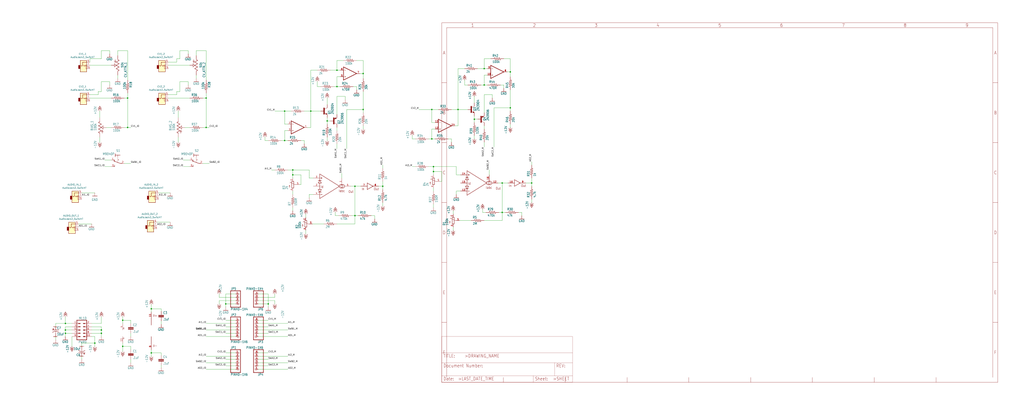
<source format=kicad_sch>
(kicad_sch (version 20211123) (generator eeschema)
  (paper "User" 795.02 317.906)
  (junction (at 368.3 92.71))
  (junction (at 95.25 269.24))
  (junction (at 396.24 55.88))
  (junction (at 336.55 133.35))
  (junction (at 241.3 86.36))
  (junction (at 78.74 256.54))
  (junction (at 281.94 57.15))
  (junction (at 375.92 66.04))
  (junction (at 175.26 236.22))
  (junction (at 99.06 99.06))
  (junction (at 95.25 248.92))
  (junction (at 50.8 251.46))
  (junction (at 160.02 99.06))
  (junction (at 220.98 86.36))
  (junction (at 50.8 256.54))
  (junction (at 281.94 85.09))
  (junction (at 254 93.98))
  (junction (at 220.98 109.22))
  (junction (at 389.89 142.24))
  (junction (at 261.62 54.61))
  (junction (at 412.75 142.24))
  (junction (at 375.92 53.34))
  (junction (at 78.74 259.08))
  (junction (at 73.66 266.7))
  (junction (at 261.62 67.31))
  (junction (at 335.28 107.95))
  (junction (at 117.475 274.32))
  (junction (at 275.59 167.64))
  (junction (at 160.02 76.2))
  (junction (at 389.89 165.1))
  (junction (at 275.59 144.78))
  (junction (at 117.475 240.03))
  (junction (at 335.28 85.09))
  (junction (at 355.6 85.09))
  (junction (at 99.06 76.2))
  (junction (at 227.33 132.08))
  (junction (at 50.8 259.08))
  (junction (at 396.24 83.82))
  (junction (at 208.28 236.22))
  (junction (at 227.33 135.89))
  (junction (at 297.18 144.78))
  (junction (at 336.55 129.54))
  (wire (pts (xy 95.25 273.05) (xy 95.25 269.24)))
  (wire (pts (xy 125.095 285.75) (xy 125.095 283.845)))
  (wire (pts (xy 275.59 144.78) (xy 275.59 167.64)))
  (wire (pts (xy 281.94 85.09) (xy 281.94 71.12)))
  (wire (pts (xy 275.59 144.78) (xy 280.035 144.78)))
  (wire (pts (xy 78.74 63.5) (xy 85.09 63.5)))
  (wire (pts (xy 355.6 85.09) (xy 363.22 85.09)))
  (wire (pts (xy 60.96 173.99) (xy 71.12 173.99)))
  (wire (pts (xy 218.44 109.22) (xy 220.98 109.22)))
  (wire (pts (xy 137.16 48.26) (xy 137.16 45.72)))
  (wire (pts (xy 50.8 246.38) (xy 50.8 251.46)))
  (wire (pts (xy 200.66 256.54) (xy 223.52 256.54)))
  (wire (pts (xy 69.85 76.2) (xy 86.36 76.2)))
  (wire (pts (xy 261.62 111.76) (xy 261.62 115.57)))
  (wire (pts (xy 91.44 60.96) (xy 91.44 58.42)))
  (wire (pts (xy 335.28 100.33) (xy 335.28 107.95)))
  (wire (pts (xy 86.36 124.46) (xy 81.28 124.46)))
  (wire (pts (xy 389.89 171.45) (xy 375.92 171.45)))
  (wire (pts (xy 335.28 85.09) (xy 340.36 85.09)))
  (wire (pts (xy 160.02 39.37) (xy 160.02 62.23)))
  (wire (pts (xy 336.55 161.29) (xy 336.55 158.75)))
  (wire (pts (xy 374.65 162.56) (xy 374.65 165.1)))
  (wire (pts (xy 254 93.98) (xy 254 91.44)))
  (wire (pts (xy 182.88 251.46) (xy 160.02 251.46)))
  (wire (pts (xy 101.6 261.62) (xy 101.6 259.08)))
  (wire (pts (xy 95.25 269.24) (xy 101.6 269.24)))
  (wire (pts (xy 160.02 76.2) (xy 157.48 76.2)))
  (wire (pts (xy 297.18 157.48) (xy 297.18 160.02)))
  (wire (pts (xy 157.48 127) (xy 162.56 127)))
  (wire (pts (xy 117.475 274.32) (xy 125.095 274.32)))
  (wire (pts (xy 281.94 46.99) (xy 281.94 57.15)))
  (wire (pts (xy 236.22 86.36) (xy 241.3 86.36)))
  (wire (pts (xy 241.3 86.36) (xy 241.3 99.06)))
  (wire (pts (xy 336.55 129.54) (xy 354.33 129.54)))
  (wire (pts (xy 139.7 63.5) (xy 146.05 63.5)))
  (wire (pts (xy 336.55 133.35) (xy 336.55 129.54)))
  (wire (pts (xy 405.13 165.1) (xy 405.13 167.64)))
  (wire (pts (xy 261.62 88.9) (xy 261.62 74.93)))
  (wire (pts (xy 78.74 256.54) (xy 78.74 254)))
  (wire (pts (xy 290.83 167.64) (xy 290.83 170.18)))
  (wire (pts (xy 272.415 144.78) (xy 275.59 144.78)))
  (wire (pts (xy 412.75 154.94) (xy 412.75 157.48)))
  (wire (pts (xy 71.12 261.62) (xy 73.66 261.62)))
  (wire (pts (xy 175.26 228.6) (xy 175.26 236.22)))
  (wire (pts (xy 375.92 66.04) (xy 378.46 66.04)))
  (wire (pts (xy 182.88 256.54) (xy 160.02 256.54)))
  (wire (pts (xy 73.66 266.7) (xy 73.66 269.24)))
  (wire (pts (xy 261.62 74.93) (xy 267.97 74.93)))
  (wire (pts (xy 205.74 109.22) (xy 208.28 109.22)))
  (wire (pts (xy 200.66 248.92) (xy 208.28 248.92)))
  (wire (pts (xy 157.48 99.06) (xy 160.02 99.06)))
  (wire (pts (xy 335.28 107.95) (xy 337.82 107.95)))
  (wire (pts (xy 342.9 140.97) (xy 341.63 140.97)))
  (wire (pts (xy 378.46 58.42) (xy 375.92 58.42)))
  (wire (pts (xy 182.88 236.22) (xy 175.26 236.22)))
  (wire (pts (xy 259.08 67.31) (xy 261.62 67.31)))
  (wire (pts (xy 85.09 39.37) (xy 85.09 41.91)))
  (wire (pts (xy 227.33 163.83) (xy 227.33 161.29)))
  (wire (pts (xy 383.54 83.82) (xy 383.54 114.3)))
  (wire (pts (xy 182.88 254) (xy 175.26 254)))
  (wire (pts (xy 170.18 231.14) (xy 170.18 228.6)))
  (wire (pts (xy 379.73 135.89) (xy 379.73 132.08)))
  (wire (pts (xy 69.85 73.66) (xy 76.2 73.66)))
  (wire (pts (xy 99.06 99.06) (xy 101.6 99.06)))
  (wire (pts (xy 182.88 233.68) (xy 170.18 233.68)))
  (wire (pts (xy 375.92 45.72) (xy 381 45.72)))
  (wire (pts (xy 267.97 74.93) (xy 267.97 77.47)))
  (wire (pts (xy 139.7 71.12) (xy 139.7 63.5)))
  (wire (pts (xy 227.33 138.43) (xy 227.33 135.89)))
  (wire (pts (xy 241.3 99.06) (xy 238.76 99.06)))
  (wire (pts (xy 213.36 132.08) (xy 210.82 132.08)))
  (wire (pts (xy 281.94 87.63) (xy 281.94 85.09)))
  (wire (pts (xy 147.32 99.06) (xy 143.51 99.06)))
  (wire (pts (xy 320.04 105.41) (xy 320.04 107.95)))
  (wire (pts (xy 396.24 86.36) (xy 396.24 83.82)))
  (wire (pts (xy 370.84 53.34) (xy 375.92 53.34)))
  (wire (pts (xy 412.75 128.27) (xy 412.75 125.73)))
  (wire (pts (xy 396.24 83.82) (xy 396.24 69.85)))
  (wire (pts (xy 200.66 274.32) (xy 208.28 274.32)))
  (wire (pts (xy 76.2 71.12) (xy 78.74 71.12)))
  (wire (pts (xy 261.62 59.69) (xy 261.62 67.31)))
  (wire (pts (xy 408.305 142.24) (xy 412.75 142.24)))
  (wire (pts (xy 200.66 251.46) (xy 223.52 251.46)))
  (wire (pts (xy 396.24 83.82) (xy 383.54 83.82)))
  (wire (pts (xy 213.36 231.14) (xy 213.36 228.6)))
  (wire (pts (xy 240.03 138.43) (xy 243.205 138.43)))
  (wire (pts (xy 200.66 287.02) (xy 223.52 287.02)))
  (wire (pts (xy 71.12 251.46) (xy 78.74 251.46)))
  (wire (pts (xy 86.36 129.54) (xy 81.28 129.54)))
  (wire (pts (xy 117.475 240.03) (xy 125.095 240.03)))
  (wire (pts (xy 160.02 72.39) (xy 160.02 76.2)))
  (wire (pts (xy 368.3 92.71) (xy 370.84 92.71)))
  (wire (pts (xy 386.715 142.24) (xy 389.89 142.24)))
  (wire (pts (xy 125.095 274.32) (xy 125.095 276.225)))
  (wire (pts (xy 360.68 66.04) (xy 363.22 66.04)))
  (wire (pts (xy 412.75 142.24) (xy 412.75 138.43)))
  (wire (pts (xy 78.74 251.46) (xy 78.74 246.38)))
  (wire (pts (xy 275.59 173.99) (xy 261.62 173.99)))
  (wire (pts (xy 260.35 167.64) (xy 262.89 167.64)))
  (wire (pts (xy 121.92 172.72) (xy 132.08 172.72)))
  (wire (pts (xy 182.88 248.92) (xy 175.26 248.92)))
  (wire (pts (xy 237.49 166.37) (xy 237.49 168.91)))
  (wire (pts (xy 139.7 39.37) (xy 146.05 39.37)))
  (wire (pts (xy 55.88 259.08) (xy 50.8 259.08)))
  (wire (pts (xy 125.095 252.095) (xy 125.095 249.555)))
  (wire (pts (xy 182.88 279.4) (xy 175.26 279.4)))
  (wire (pts (xy 227.33 135.89) (xy 227.33 132.08)))
  (wire (pts (xy 220.98 109.22) (xy 223.52 109.22)))
  (wire (pts (xy 78.74 71.12) (xy 78.74 63.5)))
  (wire (pts (xy 288.29 167.64) (xy 290.83 167.64)))
  (wire (pts (xy 261.62 46.99) (xy 266.7 46.99)))
  (wire (pts (xy 355.6 85.09) (xy 355.6 97.79)))
  (wire (pts (xy 160.02 76.2) (xy 160.02 99.06)))
  (wire (pts (xy 274.32 67.31) (xy 276.86 67.31)))
  (wire (pts (xy 50.8 254) (xy 50.8 256.54)))
  (wire (pts (xy 240.03 151.13) (xy 243.205 151.13)))
  (wire (pts (xy 355.6 85.09) (xy 355.6 53.34)))
  (wire (pts (xy 182.88 259.08) (xy 175.26 259.08)))
  (wire (pts (xy 137.16 71.12) (xy 139.7 71.12)))
  (wire (pts (xy 297.18 147.32) (xy 297.18 144.78)))
  (wire (pts (xy 223.52 96.52) (xy 220.98 96.52)))
  (wire (pts (xy 96.52 99.06) (xy 99.06 99.06)))
  (wire (pts (xy 101.6 269.24) (xy 101.6 271.78)))
  (wire (pts (xy 389.89 142.24) (xy 389.89 165.1)))
  (wire (pts (xy 77.47 110.49) (xy 77.47 106.68)))
  (wire (pts (xy 342.9 133.35) (xy 342.9 140.97)))
  (wire (pts (xy 320.04 107.95) (xy 322.58 107.95)))
  (wire (pts (xy 391.16 45.72) (xy 396.24 45.72)))
  (wire (pts (xy 137.16 73.66) (xy 137.16 71.12)))
  (wire (pts (xy 375.92 100.33) (xy 375.92 97.79)))
  (wire (pts (xy 269.24 85.09) (xy 269.24 115.57)))
  (wire (pts (xy 374.65 165.1) (xy 377.19 165.1)))
  (wire (pts (xy 396.24 99.06) (xy 396.24 96.52)))
  (wire (pts (xy 368.3 92.71) (xy 368.3 90.17)))
  (wire (pts (xy 130.81 50.8) (xy 147.32 50.8)))
  (wire (pts (xy 335.28 95.25) (xy 335.28 85.09)))
  (wire (pts (xy 55.88 269.24) (xy 55.88 261.62)))
  (wire (pts (xy 336.55 135.89) (xy 336.55 133.35)))
  (wire (pts (xy 170.18 233.68) (xy 170.18 236.22)))
  (wire (pts (xy 146.05 39.37) (xy 146.05 41.91)))
  (wire (pts (xy 200.66 236.22) (xy 208.28 236.22)))
  (wire (pts (xy 325.12 85.09) (xy 335.28 85.09)))
  (wire (pts (xy 354.33 148.59) (xy 357.505 148.59)))
  (wire (pts (xy 73.66 261.62) (xy 73.66 266.7)))
  (wire (pts (xy 50.8 251.46) (xy 43.18 251.46)))
  (wire (pts (xy 233.68 135.89) (xy 233.68 143.51)))
  (wire (pts (xy 297.18 144.78) (xy 297.18 140.97)))
  (wire (pts (xy 254 109.22) (xy 254 106.68)))
  (wire (pts (xy 160.02 99.06) (xy 162.56 99.06)))
  (wire (pts (xy 117.475 274.32) (xy 117.475 271.78)))
  (wire (pts (xy 78.74 261.62) (xy 78.74 259.08)))
  (wire (pts (xy 354.33 129.54) (xy 354.33 135.89)))
  (wire (pts (xy 337.82 100.33) (xy 335.28 100.33)))
  (wire (pts (xy 78.74 254) (xy 71.12 254)))
  (wire (pts (xy 69.85 45.72) (xy 78.74 45.72)))
  (wire (pts (xy 322.58 129.54) (xy 320.04 129.54)))
  (wire (pts (xy 368.3 107.95) (xy 368.3 105.41)))
  (wire (pts (xy 275.59 167.64) (xy 275.59 173.99)))
  (wire (pts (xy 375.92 73.66) (xy 382.27 73.66)))
  (wire (pts (xy 227.33 132.08) (xy 240.03 132.08)))
  (wire (pts (xy 332.74 129.54) (xy 336.55 129.54)))
  (wire (pts (xy 251.46 173.99) (xy 242.57 173.99)))
  (wire (pts (xy 375.92 110.49) (xy 375.92 114.3)))
  (wire (pts (xy 256.54 54.61) (xy 261.62 54.61)))
  (wire (pts (xy 139.7 45.72) (xy 139.7 39.37)))
  (wire (pts (xy 63.5 266.7) (xy 73.66 266.7)))
  (wire (pts (xy 117.475 276.86) (xy 117.475 274.32)))
  (wire (pts (xy 95.25 248.92) (xy 95.25 251.46)))
  (wire (pts (xy 281.94 57.15) (xy 279.4 57.15)))
  (wire (pts (xy 200.66 284.48) (xy 208.28 284.48)))
  (wire (pts (xy 337.82 95.25) (xy 335.28 95.25)))
  (wire (pts (xy 281.94 85.09) (xy 269.24 85.09)))
  (wire (pts (xy 233.68 143.51) (xy 232.41 143.51)))
  (wire (pts (xy 95.25 269.24) (xy 95.25 266.7)))
  (wire (pts (xy 389.89 142.24) (xy 394.335 142.24)))
  (wire (pts (xy 281.94 100.33) (xy 281.94 97.79)))
  (wire (pts (xy 99.06 72.39) (xy 99.06 76.2)))
  (wire (pts (xy 213.36 233.68) (xy 213.36 236.22)))
  (wire (pts (xy 77.47 91.44) (xy 77.47 86.36)))
  (wire (pts (xy 101.6 248.92) (xy 101.6 251.46)))
  (wire (pts (xy 297.18 130.81) (xy 297.18 128.27)))
  (wire (pts (xy 227.33 135.89) (xy 233.68 135.89)))
  (wire (pts (xy 375.92 53.34) (xy 375.92 45.72)))
  (wire (pts (xy 276.86 46.99) (xy 281.94 46.99)))
  (wire (pts (xy 63.5 149.86) (xy 73.66 149.86)))
  (wire (pts (xy 220.98 96.52) (xy 220.98 86.36)))
  (wire (pts (xy 336.55 148.59) (xy 336.55 146.05)))
  (wire (pts (xy 391.16 66.04) (xy 391.16 68.58)))
  (wire (pts (xy 260.35 165.1) (xy 260.35 167.64)))
  (wire (pts (xy 101.6 281.94) (xy 101.6 279.4)))
  (wire (pts (xy 276.86 67.31) (xy 276.86 69.85)))
  (wire (pts (xy 220.98 86.36) (xy 213.36 86.36)))
  (wire (pts (xy 69.85 50.8) (xy 86.36 50.8)))
  (wire (pts (xy 117.475 236.855) (xy 117.475 240.03)))
  (wire (pts (xy 355.6 97.79) (xy 353.06 97.79)))
  (wire (pts (xy 50.8 256.54) (xy 50.8 259.08)))
  (wire (pts (xy 125.095 240.03) (xy 125.095 241.935)))
  (wire (pts (xy 347.98 107.95) (xy 350.52 107.95)))
  (wire (pts (xy 200.66 276.86) (xy 223.52 276.86)))
  (wire (pts (xy 241.3 54.61) (xy 246.38 54.61)))
  (wire (pts (xy 396.24 55.88) (xy 393.7 55.88)))
  (wire (pts (xy 355.6 53.34) (xy 360.68 53.34)))
  (wire (pts (xy 138.43 110.49) (xy 138.43 106.68)))
  (wire (pts (xy 220.98 101.6) (xy 220.98 109.22)))
  (wire (pts (xy 78.74 256.54) (xy 78.74 259.08)))
  (wire (pts (xy 200.66 231.14) (xy 213.36 231.14)))
  (wire (pts (xy 254 96.52) (xy 254 93.98)))
  (wire (pts (xy 175.26 236.22) (xy 175.26 238.76)))
  (wire (pts (xy 264.16 59.69) (xy 261.62 59.69)))
  (wire (pts (xy 205.74 106.68) (xy 205.74 109.22)))
  (wire (pts (xy 237.49 181.61) (xy 237.49 179.07)))
  (wire (pts (xy 200.66 279.4) (xy 208.28 279.4)))
  (wire (pts (xy 86.36 99.06) (xy 82.55 99.06)))
  (wire (pts (xy 43.18 251.46) (xy 43.18 254)))
  (wire (pts (xy 99.06 76.2) (xy 96.52 76.2)))
  (wire (pts (xy 389.89 165.1) (xy 392.43 165.1)))
  (wire (pts (xy 55.88 256.54) (xy 50.8 256.54)))
  (wire (pts (xy 220.98 86.36) (xy 226.06 86.36)))
  (wire (pts (xy 130.81 73.66) (xy 137.16 73.66)))
  (wire (pts (xy 254 93.98) (xy 256.54 93.98)))
  (wire (pts (xy 91.44 43.18) (xy 91.44 39.37)))
  (wire (pts (xy 208.28 228.6) (xy 208.28 236.22)))
  (wire (pts (xy 233.68 109.22) (xy 236.22 109.22)))
  (wire (pts (xy 360.68 62.23) (xy 360.68 66.04)))
  (wire (pts (xy 365.76 171.45) (xy 356.87 171.45)))
  (wire (pts (xy 147.32 124.46) (xy 142.24 124.46)))
  (wire (pts (xy 43.18 264.16) (xy 43.18 261.62)))
  (wire (pts (xy 396.24 55.88) (xy 396.24 59.69)))
  (wire (pts (xy 351.79 163.83) (xy 351.79 166.37)))
  (wire (pts (xy 336.55 133.35) (xy 342.9 133.35)))
  (wire (pts (xy 223.52 101.6) (xy 220.98 101.6)))
  (wire (pts (xy 152.4 39.37) (xy 160.02 39.37)))
  (wire (pts (xy 375.92 58.42) (xy 375.92 66.04)))
  (wire (pts (xy 138.43 91.44) (xy 138.43 86.36)))
  (wire (pts (xy 261.62 101.6) (xy 261.62 99.06)))
  (wire (pts (xy 182.88 274.32) (xy 175.26 274.32)))
  (wire (pts (xy 200.66 259.08) (xy 208.28 259.08)))
  (wire (pts (xy 50.8 259.08) (xy 50.8 261.62)))
  (wire (pts (xy 200.66 233.68) (xy 213.36 233.68)))
  (wire (pts (xy 50.8 251.46) (xy 55.88 251.46)))
  (wire (pts (xy 281.94 57.15) (xy 281.94 60.96)))
  (wire (pts (xy 63.5 269.24) (xy 63.5 266.7)))
  (wire (pts (xy 182.88 261.62) (xy 160.02 261.62)))
  (wire (pts (xy 275.59 167.64) (xy 278.13 167.64)))
  (wire (pts (xy 63.5 279.4) (xy 63.5 276.86)))
  (wire (pts (xy 240.03 153.67) (xy 240.03 151.13)))
  (wire (pts (xy 332.74 107.95) (xy 335.28 107.95)))
  (wire (pts (xy 182.88 276.86) (xy 160.02 276.86)))
  (wire (pts (xy 117.475 240.03) (xy 117.475 242.57)))
  (wire (pts (xy 137.16 45.72) (xy 139.7 45.72)))
  (wire (pts (xy 91.44 39.37) (xy 99.06 39.37)))
  (wire (pts (xy 95.25 246.38) (xy 95.25 248.92)))
  (wire (pts (xy 350.52 107.95) (xy 350.52 110.49)))
  (wire (pts (xy 368.3 95.25) (xy 368.3 92.71)))
  (wire (pts (xy 182.88 231.14) (xy 170.18 231.14)))
  (wire (pts (xy 373.38 66.04) (xy 375.92 66.04)))
  (wire (pts (xy 227.33 151.13) (xy 227.33 148.59)))
  (wire (pts (xy 182.88 284.48) (xy 175.26 284.48)))
  (wire (pts (xy 152.4 60.96) (xy 152.4 58.42)))
  (wire (pts (xy 200.66 261.62) (xy 223.52 261.62)))
  (wire (pts (xy 261.62 54.61) (xy 261.62 46.99)))
  (wire (pts (xy 351.79 179.07) (xy 351.79 176.53)))
  (wire (pts (xy 96.52 127) (xy 101.6 127)))
  (wire (pts (xy 200.66 281.94) (xy 223.52 281.94)))
  (wire (pts (xy 146.05 63.5) (xy 146.05 66.04)))
  (wire (pts (xy 254 76.2) (xy 254 81.28)))
  (wire (pts (xy 246.38 67.31) (xy 248.92 67.31)))
  (wire (pts (xy 368.3 74.93) (xy 368.3 80.01)))
  (wire (pts (xy 223.52 132.08) (xy 227.33 132.08)))
  (wire (pts (xy 71.12 256.54) (xy 78.74 256.54)))
  (wire (pts (xy 294.005 144.78) (xy 297.18 144.78)))
  (wire (pts (xy 388.62 66.04) (xy 391.16 66.04)))
  (wire (pts (xy 95.25 248.92) (xy 101.6 248.92)))
  (wire (pts (xy 375.92 87.63) (xy 375.92 73.66)))
  (wire (pts (xy 78.74 259.08) (xy 71.12 259.08)))
  (wire (pts (xy 350.52 85.09) (xy 355.6 85.09)))
  (wire (pts (xy 147.32 129.54) (xy 142.24 129.54)))
  (wire (pts (xy 99.06 76.2) (xy 99.06 99.06)))
  (wire (pts (xy 389.89 165.1) (xy 389.89 171.45)))
  (wire (pts (xy 200.66 228.6) (xy 208.28 228.6)))
  (wire (pts (xy 182.88 228.6) (xy 175.26 228.6)))
  (wire (pts (xy 182.88 281.94) (xy 160.02 281.94)))
  (wire (pts (xy 236.22 109.22) (xy 236.22 111.76)))
  (wire (pts (xy 387.35 165.1) (xy 389.89 165.1)))
  (wire (pts (xy 265.43 138.43) (xy 265.43 134.62)))
  (wire (pts (xy 354.33 135.89) (xy 357.505 135.89)))
  (wire (pts (xy 402.59 165.1) (xy 405.13 165.1)))
  (wire (pts (xy 241.3 86.36) (xy 241.3 54.61)))
  (wire (pts (xy 246.38 63.5) (xy 246.38 67.31)))
  (wire (pts (xy 123.19 149.86) (xy 132.08 149.86)))
  (wire (pts (xy 378.46 53.34) (xy 375.92 53.34)))
  (wire (pts (xy 412.75 144.78) (xy 412.75 142.24)))
  (wire (pts (xy 152.4 43.18) (xy 152.4 39.37)))
  (wire (pts (xy 130.81 76.2) (xy 147.32 76.2)))
  (wire (pts (xy 241.3 86.36) (xy 248.92 86.36)))
  (wire (pts (xy 78.74 39.37) (xy 85.09 39.37)))
  (wire (pts (xy 396.24 45.72) (xy 396.24 55.88)))
  (wire (pts (xy 99.06 39.37) (xy 99.06 62.23)))
  (wire (pts (xy 200.66 254) (xy 208.28 254)))
  (wire (pts (xy 85.09 63.5) (xy 85.09 66.04)))
  (wire (pts (xy 69.85 45.72) (xy 69.85 48.26)))
  (wire (pts (xy 261.62 67.31) (xy 264.16 67.31)))
  (wire (pts (xy 208.28 236.22) (xy 208.28 238.76)))
  (wire (pts (xy 78.74 45.72) (xy 78.74 39.37)))
  (wire (pts (xy 354.33 151.13) (xy 354.33 148.59)))
  (wire (pts (xy 76.2 73.66) (xy 76.2 71.12)))
  (wire (pts (xy 264.16 54.61) (xy 261.62 54.61)))
  (wire (pts (xy 240.03 132.08) (xy 240.03 138.43)))
  (wire (pts (xy 273.05 167.64) (xy 275.59 167.64)))
  (wire (pts (xy 182.88 287.02) (xy 160.02 287.02)))
  (wire (pts (xy 382.27 73.66) (xy 382.27 76.2)))
  (wire (pts (xy 130.81 48.26) (xy 137.16 48.26)))
  (wire (pts (xy 55.88 254) (xy 50.8 254)))
  (label "SWA1_M" (at 261.62 115.57 270) (effects (font (size 1.2446 1.2446))))
  (label "SWC1_IO" (at 81.28 129.54 180) (effects (font (size 1.2446 1.2446))))
  (label "SWB1_IO" (at 101.6 127 0) (effects (font (size 1.2446 1.2446))))
  (label "AO1_IO" (at 60.96 176.53 0) (effects (font (size 1.2446 1.2446))))
  (label "AO1_IO" (at 160.02 261.62 180) (effects (font (size 1.2446 1.2446))))
  (label "AI2_IO" (at 123.19 152.4 0) (effects (font (size 1.2446 1.2446))))
  (label "SWA2_IO" (at 142.24 124.46 180) (effects (font (size 1.2446 1.2446))))
  (label "SWA2_M" (at 375.92 114.3 270) (effects (font (size 1.2446 1.2446))))
  (label "AI2_M" (at 223.52 276.86 0) (effects (font (size 1.2446 1.2446))))
  (label "SWB2_M" (at 379.73 132.08 90) (effects (font (size 1.2446 1.2446))))
  (label "CV1_M" (at 208.28 248.92 0) (effects (font (size 1.2446 1.2446))))
  (label "SWC1_IO" (at 175.26 259.08 180) (effects (font (size 1.2446 1.2446))))
  (label "AO2_M" (at 223.52 287.02 0) (effects (font (size 1.2446 1.2446))))
  (label "AI1_M" (at 210.82 132.08 180) (effects (font (size 1.2446 1.2446))))
  (label "SWB1_IO" (at 160.02 256.54 180) (effects (font (size 1.2446 1.2446))))
  (label "CV1_IO" (at 175.26 248.92 180) (effects (font (size 1.2446 1.2446))))
  (label "AI1_M" (at 223.52 251.46 0) (effects (font (size 1.2446 1.2446))))
  (label "SWA1_M" (at 208.28 254 0) (effects (font (size 1.2446 1.2446))))
  (label "CV1_M" (at 213.36 86.36 180) (effects (font (size 1.2446 1.2446))))
  (label "SWB2_M" (at 223.52 281.94 0) (effects (font (size 1.2446 1.2446))))
  (label "CV2_IO" (at 175.26 274.32 180) (effects (font (size 1.2446 1.2446))))
  (label "AO1_M" (at 223.52 261.62 0) (effects (font (size 1.2446 1.2446))))
  (label "AI2_IO" (at 160.02 276.86 180) (effects (font (size 1.2446 1.2446))))
  (label "AO2_M" (at 412.75 125.73 90) (effects (font (size 1.2446 1.2446))))
  (label "SWB1_IO" (at 160.02 256.54 180) (effects (font (size 1.2446 1.2446))))
  (label "SWC2_M" (at 208.28 284.48 0) (effects (font (size 1.2446 1.2446))))
  (label "SWB2_IO" (at 160.02 281.94 180) (effects (font (size 1.2446 1.2446))))
  (label "SWC1_M" (at 269.24 115.57 270) (effects (font (size 1.2446 1.2446))))
  (label "SWC2_IO" (at 175.26 284.48 180) (effects (font (size 1.2446 1.2446))))
  (label "AO1_M" (at 297.18 128.27 90) (effects (font (size 1.2446 1.2446))))
  (label "AI2_M" (at 320.04 129.54 180) (effects (font (size 1.2446 1.2446))))
  (label "AI1_IO" (at 63.5 152.4 0) (effects (font (size 1.2446 1.2446))))
  (label "SWA1_IO" (at 175.26 254 180) (effects (font (size 1.2446 1.2446))))
  (label "SWA2_IO" (at 175.26 279.4 180) (effects (font (size 1.2446 1.2446))))
  (label "CV2_M" (at 208.28 274.32 0) (effects (font (size 1.2446 1.2446))))
  (label "AO2_IO" (at 160.02 287.02 180) (effects (font (size 1.2446 1.2446))))
  (label "SWB1_M" (at 265.43 134.62 90) (effects (font (size 1.2446 1.2446))))
  (label "AI1_IO" (at 160.02 251.46 180) (effects (font (size 1.2446 1.2446))))
  (label "SWA1_IO" (at 81.28 124.46 180) (effects (font (size 1.2446 1.2446))))
  (label "SWB1_M" (at 223.52 256.54 0) (effects (font (size 1.2446 1.2446))))
  (label "CV2_M" (at 325.12 85.09 180) (effects (font (size 1.2446 1.2446))))
  (label "SWA2_M" (at 208.28 279.4 0) (effects (font (size 1.2446 1.2446))))
  (label "CV1_IO" (at 101.6 99.06 0) (effects (font (size 1.2446 1.2446))))
  (label "SWB2_IO" (at 162.56 127 0) (effects (font (size 1.2446 1.2446))))
  (label "SWC2_IO" (at 142.24 129.54 180) (effects (font (size 1.2446 1.2446))))
  (label "AO2_IO" (at 121.92 175.26 0) (effects (font (size 1.2446 1.2446))))
  (label "SWC1_M" (at 208.28 259.08 0) (effects (font (size 1.2446 1.2446))))
  (label "CV2_IO" (at 162.56 99.06 0) (effects (font (size 1.2446 1.2446))))
  (label "SWC2_M" (at 383.54 114.3 270) (effects (font (size 1.2446 1.2446))))
  (symbol (lib_id "Connector:AudioJack2_SwitchT") (at 125.73 76.2 0) (unit 1)
    (property "Reference" "CV2_2" (at 125.095 67.31 0))
    (property "Value" "AudioJack2_SwitchT" (at 125.095 69.85 0))
    (property "Footprint" "Connector_Audio:Jack_3.5mm_QingPu_WQP-PJ398SM_Vertical_CircularHoles" (effects hide))
  )
  (symbol (lib_id "ioboard-eagle-import:-12V") (at 213.36 238.76 0) (unit 1)
    (property "Reference" "#P-015" (effects hide))
    (property "Value" "-12V" (at 218.44 241.3 90) (effects (font (size 1.778 1.5113)) (justify right top)))
    (property "Footprint" "ioboard:" (effects hide))
  )
  (symbol (lib_id "ioboard-eagle-import:R-US_0204{slash}7") (at 386.08 45.72 0) (unit 1)
    (property "Reference" "R42" (at 382.27 44.2214 0) (effects (font (size 1.778 1.5113)) (justify left bottom)))
    (property "Value" "100k" (at 382.27 49.022 0) (effects (font (size 1.778 1.5113)) (justify left bottom)))
    (property "Footprint" "ioboard:0204_7" (effects hide))
  )
  (symbol (lib_id "ioboard-eagle-import:+12V") (at 77.47 83.82 0) (unit 1)
    (property "Reference" "#P+012" (effects hide))
    (property "Value" "+12V" (at 74.93 88.9 90) (effects (font (size 1.778 1.5113)) (justify left bottom)))
    (property "Footprint" "ioboard:" (effects hide))
  )
  (symbol (lib_id "ioboard-eagle-import:-12V") (at 170.18 238.76 0) (unit 1)
    (property "Reference" "#P-016" (effects hide))
    (property "Value" "-12V" (at 170.18 241.3 90) (effects (font (size 1.778 1.5113)) (justify right top)))
    (property "Footprint" "ioboard:" (effects hide))
  )
  (symbol (lib_id "ioboard-eagle-import:R-US_0204{slash}7") (at 152.4 99.06 0) (unit 1)
    (property "Reference" "R37" (at 148.59 97.5614 0) (effects (font (size 1.778 1.5113)) (justify left bottom)))
    (property "Value" "100k" (at 148.59 102.362 0) (effects (font (size 1.778 1.5113)) (justify left bottom)))
    (property "Footprint" "ioboard:0204_7" (effects hide))
  )
  (symbol (lib_id "ioboard-eagle-import:-12V") (at 55.88 271.78 0) (unit 1)
    (property "Reference" "#P-011" (effects hide))
    (property "Value" "-12V" (at 53.34 274.32 90) (effects (font (size 1.778 1.5113)) (justify left bottom)))
    (property "Footprint" "ioboard:" (effects hide))
  )
  (symbol (lib_id "ioboard-eagle-import:GND") (at 175.26 241.3 0) (unit 1)
    (property "Reference" "#GND030" (effects hide))
    (property "Value" "GND" (at 172.72 243.84 0) (effects (font (size 1.778 1.5113)) (justify left bottom)))
    (property "Footprint" "ioboard:" (effects hide))
  )
  (symbol (lib_id "ioboard-eagle-import:LM13700N") (at 252.73 144.78 0) (mirror x) (unit 1)
    (property "Reference" "IC2" (effects hide))
    (property "Value" "LM13700N" (effects hide))
    (property "Footprint" "Package_SO:SO-16_5.3x10.2mm_P1.27mm" (effects hide))
  )
  (symbol (lib_id "ioboard-eagle-import:CPOL-USE2.5-5") (at 63.5 274.32 180) (unit 1)
    (property "Reference" "C6" (at 62.484 274.955 0) (effects (font (size 1.778 1.5113)) (justify left bottom)))
    (property "Value" "10uf" (at 62.484 270.129 0) (effects (font (size 1.778 1.5113)) (justify left bottom)))
    (property "Footprint" "ioboard:E2,5-5" (effects hide))
  )
  (symbol (lib_id "ioboard-eagle-import:R-US_0204{slash}7") (at 327.66 107.95 0) (unit 1)
    (property "Reference" "R34" (at 323.85 106.4514 0) (effects (font (size 1.778 1.5113)) (justify left bottom)))
    (property "Value" "100k" (at 323.85 111.252 0) (effects (font (size 1.778 1.5113)) (justify left bottom)))
    (property "Footprint" "ioboard:0204_7" (effects hide))
  )
  (symbol (lib_id "ioboard-eagle-import:+12V") (at 368.3 72.39 0) (unit 1)
    (property "Reference" "#P+010" (effects hide))
    (property "Value" "+12V" (at 365.76 77.47 90) (effects (font (size 1.778 1.5113)) (justify left bottom)))
    (property "Footprint" "ioboard:" (effects hide))
  )
  (symbol (lib_id "ioboard-eagle-import:R-US_0204{slash}7") (at 397.51 165.1 0) (unit 1)
    (property "Reference" "R30" (at 393.7 163.6014 0) (effects (font (size 1.778 1.5113)) (justify left bottom)))
    (property "Value" "47k" (at 393.7 168.402 0) (effects (font (size 1.778 1.5113)) (justify left bottom)))
    (property "Footprint" "ioboard:0204_7" (effects hide))
  )
  (symbol (lib_id "ioboard-eagle-import:R-US_0204{slash}7") (at 396.24 91.44 90) (unit 1)
    (property "Reference" "R46" (at 394.7414 95.25 0) (effects (font (size 1.778 1.5113)) (justify left bottom)))
    (property "Value" "20k" (at 399.542 95.25 0) (effects (font (size 1.778 1.5113)) (justify left bottom)))
    (property "Footprint" "ioboard:0204_7" (effects hide))
  )
  (symbol (lib_id "ioboard-eagle-import:+12V") (at 320.04 102.87 0) (unit 1)
    (property "Reference" "#P+09" (effects hide))
    (property "Value" "+12V" (at 317.5 107.95 90) (effects (font (size 1.778 1.5113)) (justify left bottom)))
    (property "Footprint" "ioboard:" (effects hide))
  )
  (symbol (lib_id "ioboard-eagle-import:C-EU050-024X044") (at 101.6 254 0) (unit 1)
    (property "Reference" "C2" (at 103.124 253.619 0) (effects (font (size 1.778 1.5113)) (justify left bottom)))
    (property "Value" ".1uf" (at 103.124 258.699 0) (effects (font (size 1.778 1.5113)) (justify left bottom)))
    (property "Footprint" "ioboard:C050-024X044" (effects hide))
  )
  (symbol (lib_id "ioboard-eagle-import:R-US_0204{slash}7") (at 297.18 152.4 90) (unit 1)
    (property "Reference" "R12" (at 295.6814 156.21 0) (effects (font (size 1.778 1.5113)) (justify left bottom)))
    (property "Value" "4.7k" (at 300.482 156.21 0) (effects (font (size 1.778 1.5113)) (justify left bottom)))
    (property "Footprint" "ioboard:0204_7" (effects hide))
  )
  (symbol (lib_id "ioboard-eagle-import:ALPHA-9MMA") (at 77.47 99.06 0) (unit 1)
    (property "Reference" "BIAS_1" (at 72.39 101.6 90) (effects (font (size 1.778 1.5113)) (justify left bottom)))
    (property "Value" "100k" (at 74.93 101.6 90) (effects (font (size 1.778 1.5113)) (justify left bottom)))
    (property "Footprint" "ioboard:EVUF" (effects hide))
  )
  (symbol (lib_id "ioboard-eagle-import:R-US_0204{slash}7") (at 383.54 66.04 0) (unit 1)
    (property "Reference" "R44" (at 379.73 64.5414 0) (effects (font (size 1.778 1.5113)) (justify left bottom)))
    (property "Value" "470R" (at 379.73 69.342 0) (effects (font (size 1.778 1.5113)) (justify left bottom)))
    (property "Footprint" "ioboard:0204_7" (effects hide))
  )
  (symbol (lib_id "ioboard-eagle-import:+12V") (at 213.36 226.06 0) (unit 1)
    (property "Reference" "#P+017" (effects hide))
    (property "Value" "+12V" (at 218.44 220.98 90) (effects (font (size 1.778 1.5113)) (justify right top)))
    (property "Footprint" "ioboard:" (effects hide))
  )
  (symbol (lib_id "ioboard-eagle-import:PINHD-1X6") (at 198.12 279.4 180) (unit 1)
    (property "Reference" "JP4" (at 204.47 290.195 0) (effects (font (size 1.778 1.5113)) (justify left bottom)))
    (property "Value" "PINHD-1X6" (at 204.47 269.24 0) (effects (font (size 1.778 1.5113)) (justify left bottom)))
    (property "Footprint" "ioboard:1X06" (effects hide))
  )
  (symbol (lib_id "ioboard-eagle-import:LM13700N") (at 124.46 265.43 0) (unit 5)
    (property "Reference" "IC2" (effects hide))
    (property "Value" "LM13700N" (effects hide))
    (property "Footprint" "Package_SO:SO-16_5.3x10.2mm_P1.27mm" (effects hide))
  )
  (symbol (lib_id "ioboard-eagle-import:PINHD-1X4") (at 185.42 233.68 0) (unit 1)
    (property "Reference" "JP5" (at 179.07 225.425 0) (effects (font (size 1.778 1.5113)) (justify left bottom)))
    (property "Value" "PINHD-1X4" (at 179.07 241.3 0) (effects (font (size 1.778 1.5113)) (justify left bottom)))
    (property "Footprint" "ioboard:1X04" (effects hide))
  )
  (symbol (lib_id "ioboard-eagle-import:GND") (at 78.74 264.16 0) (unit 1)
    (property "Reference" "#GND027" (effects hide))
    (property "Value" "GND" (at 76.2 266.7 0) (effects (font (size 1.778 1.5113)) (justify left bottom)))
    (property "Footprint" "ioboard:" (effects hide))
  )
  (symbol (lib_id "ioboard-eagle-import:R-US_0204{slash}7") (at 365.76 53.34 0) (unit 1)
    (property "Reference" "R41" (at 361.95 51.8414 0) (effects (font (size 1.778 1.5113)) (justify left bottom)))
    (property "Value" "2k" (at 361.95 56.642 0) (effects (font (size 1.778 1.5113)) (justify left bottom)))
    (property "Footprint" "ioboard:0204_7" (effects hide))
  )
  (symbol (lib_id "ioboard-eagle-import:R-US_0204{slash}7") (at 382.27 165.1 0) (unit 1)
    (property "Reference" "R29" (at 378.46 163.6014 0) (effects (font (size 1.778 1.5113)) (justify left bottom)))
    (property "Value" "470k" (at 378.46 168.402 0) (effects (font (size 1.778 1.5113)) (justify left bottom)))
    (property "Footprint" "ioboard:0204_7" (effects hide))
  )
  (symbol (lib_id "ioboard-eagle-import:ALPHA-9MMA") (at 138.43 99.06 0) (unit 1)
    (property "Reference" "BIAS_2" (at 133.35 101.6 90) (effects (font (size 1.778 1.5113)) (justify left bottom)))
    (property "Value" "100k" (at 135.89 101.6 90) (effects (font (size 1.778 1.5113)) (justify left bottom)))
    (property "Footprint" "ioboard:EVUF" (effects hide))
  )
  (symbol (lib_id "ioboard-eagle-import:GND") (at 208.28 241.3 0) (unit 1)
    (property "Reference" "#GND029" (effects hide))
    (property "Value" "GND" (at 205.74 243.84 0) (effects (font (size 1.778 1.5113)) (justify left bottom)))
    (property "Footprint" "ioboard:" (effects hide))
  )
  (symbol (lib_id "ioboard-eagle-import:R-US_0204{slash}7") (at 218.44 132.08 0) (unit 1)
    (property "Reference" "R8" (at 214.63 130.5814 0) (effects (font (size 1.778 1.5113)) (justify left bottom)))
    (property "Value" "100k" (at 214.63 135.382 0) (effects (font (size 1.778 1.5113)) (justify left bottom)))
    (property "Footprint" "ioboard:0204_7" (effects hide))
  )
  (symbol (lib_id "ioboard-eagle-import:R-US_0204{slash}7") (at 368.3 66.04 0) (unit 1)
    (property "Reference" "R43" (at 364.49 64.5414 0) (effects (font (size 1.778 1.5113)) (justify left bottom)))
    (property "Value" "100k" (at 364.49 69.342 0) (effects (font (size 1.778 1.5113)) (justify left bottom)))
    (property "Footprint" "ioboard:0204_7" (effects hide))
  )
  (symbol (lib_id "ioboard-eagle-import:R-US_0204{slash}7") (at 281.94 92.71 90) (unit 1)
    (property "Reference" "R26" (at 280.4414 96.52 0) (effects (font (size 1.778 1.5113)) (justify left bottom)))
    (property "Value" "20k" (at 285.242 96.52 0) (effects (font (size 1.778 1.5113)) (justify left bottom)))
    (property "Footprint" "ioboard:0204_7" (effects hide))
  )
  (symbol (lib_id "ioboard-eagle-import:LM13700N") (at 367.03 142.24 0) (mirror x) (unit 2)
    (property "Reference" "IC2" (effects hide))
    (property "Value" "LM13700N" (effects hide))
    (property "Footprint" "Package_SO:SO-16_5.3x10.2mm_P1.27mm" (effects hide))
  )
  (symbol (lib_id "ioboard-eagle-import:CPOL-USE2.5-5") (at 43.18 256.54 0) (unit 1)
    (property "Reference" "C7" (at 44.196 255.905 0) (effects (font (size 1.778 1.5113)) (justify left bottom)))
    (property "Value" "10uf" (at 44.196 260.731 0) (effects (font (size 1.778 1.5113)) (justify left bottom)))
    (property "Footprint" "ioboard:E2,5-5" (effects hide))
  )
  (symbol (lib_id "ioboard-eagle-import:GND") (at 71.12 176.53 0) (unit 1)
    (property "Reference" "#GND021" (effects hide))
    (property "Value" "GND" (at 68.58 179.07 0) (effects (font (size 1.778 1.5113)) (justify left bottom)))
    (property "Footprint" "ioboard:" (effects hide))
  )
  (symbol (lib_id "ioboard-eagle-import:+12V") (at 138.43 83.82 0) (unit 1)
    (property "Reference" "#P+016" (effects hide))
    (property "Value" "+12V" (at 135.89 88.9 90) (effects (font (size 1.778 1.5113)) (justify left bottom)))
    (property "Footprint" "ioboard:" (effects hide))
  )
  (symbol (lib_id "ioboard-eagle-import:C-EU050-024X044") (at 125.095 244.475 0) (unit 1)
    (property "Reference" "C3" (at 126.619 244.094 0) (effects (font (size 1.778 1.5113)) (justify left bottom)))
    (property "Value" ".1uf" (at 126.619 249.174 0) (effects (font (size 1.778 1.5113)) (justify left bottom)))
    (property "Footprint" "ioboard:C050-024X044" (effects hide))
  )
  (symbol (lib_id "ioboard-eagle-import:R-US_0204{slash}7") (at 91.44 99.06 0) (unit 1)
    (property "Reference" "R17" (at 87.63 97.5614 0) (effects (font (size 1.778 1.5113)) (justify left bottom)))
    (property "Value" "100k" (at 87.63 102.362 0) (effects (font (size 1.778 1.5113)) (justify left bottom)))
    (property "Footprint" "ioboard:0204_7" (effects hide))
  )
  (symbol (lib_id "ioboard-eagle-import:R-US_0204{slash}7") (at 91.44 76.2 0) (unit 1)
    (property "Reference" "R16" (at 87.63 74.7014 0) (effects (font (size 1.778 1.5113)) (justify left bottom)))
    (property "Value" "100k" (at 87.63 79.502 0) (effects (font (size 1.778 1.5113)) (justify left bottom)))
    (property "Footprint" "ioboard:0204_7" (effects hide))
  )
  (symbol (lib_id "ioboard-eagle-import:GND") (at 91.44 63.5 0) (unit 1)
    (property "Reference" "#GND013" (effects hide))
    (property "Value" "GND" (at 88.9 66.04 0) (effects (font (size 1.778 1.5113)) (justify left bottom)))
    (property "Footprint" "ioboard:" (effects hide))
  )
  (symbol (lib_id "ioboard-eagle-import:R-US_0204{slash}7") (at 297.18 135.89 90) (unit 1)
    (property "Reference" "R11" (at 295.6814 139.7 0) (effects (font (size 1.778 1.5113)) (justify left bottom)))
    (property "Value" "1k" (at 300.482 139.7 0) (effects (font (size 1.778 1.5113)) (justify left bottom)))
    (property "Footprint" "ioboard:0204_7" (effects hide))
  )
  (symbol (lib_id "ioboard-eagle-import:R-US_0204{slash}7") (at 412.75 149.86 90) (unit 1)
    (property "Reference" "R32" (at 411.2514 153.67 0) (effects (font (size 1.778 1.5113)) (justify left bottom)))
    (property "Value" "4.7k" (at 416.052 153.67 0) (effects (font (size 1.778 1.5113)) (justify left bottom)))
    (property "Footprint" "ioboard:0204_7" (effects hide))
  )
  (symbol (lib_id "ioboard-eagle-import:LM13700N") (at 401.32 142.24 0) (unit 4)
    (property "Reference" "IC2" (effects hide))
    (property "Value" "LM13700N" (effects hide))
    (property "Footprint" "Package_SO:SO-16_5.3x10.2mm_P1.27mm" (effects hide))
  )
  (symbol (lib_id "ioboard-eagle-import:+12V") (at 205.74 104.14 0) (unit 1)
    (property "Reference" "#P+04" (effects hide))
    (property "Value" "+12V" (at 203.2 109.22 90) (effects (font (size 1.778 1.5113)) (justify left bottom)))
    (property "Footprint" "ioboard:" (effects hide))
  )
  (symbol (lib_id "Connector:AudioJack2_SwitchT") (at 55.88 176.53 0) (unit 1)
    (property "Reference" "AUDIO_OUT_1" (at 55.245 167.64 0))
    (property "Value" "AudioJack2_SwitchT" (at 55.245 170.18 0))
    (property "Footprint" "Connector_Audio:Jack_3.5mm_QingPu_WQP-PJ398SM_Vertical_CircularHoles" (effects hide))
  )
  (symbol (lib_id "ioboard-eagle-import:GND") (at 336.55 163.83 0) (unit 1)
    (property "Reference" "#GND08" (effects hide))
    (property "Value" "GND" (at 334.01 166.37 0) (effects (font (size 1.778 1.5113)) (justify left bottom)))
    (property "Footprint" "ioboard:" (effects hide))
  )
  (symbol (lib_id "ioboard-eagle-import:PINHD-1X6") (at 185.42 281.94 0) (unit 1)
    (property "Reference" "JP1" (at 179.07 271.145 0) (effects (font (size 1.778 1.5113)) (justify left bottom)))
    (property "Value" "PINHD-1X6" (at 179.07 292.1 0) (effects (font (size 1.778 1.5113)) (justify left bottom)))
    (property "Footprint" "ioboard:1X06" (effects hide))
  )
  (symbol (lib_id "ioboard-eagle-import:R-US_0204{slash}7") (at 271.78 46.99 0) (unit 1)
    (property "Reference" "R22" (at 267.97 45.4914 0) (effects (font (size 1.778 1.5113)) (justify left bottom)))
    (property "Value" "100k" (at 267.97 50.292 0) (effects (font (size 1.778 1.5113)) (justify left bottom)))
    (property "Footprint" "ioboard:0204_7" (effects hide))
  )
  (symbol (lib_id "ioboard-eagle-import:R-US_0204{slash}7") (at 99.06 67.31 270) (unit 1)
    (property "Reference" "R18" (at 100.5586 63.5 0) (effects (font (size 1.778 1.5113)) (justify left bottom)))
    (property "Value" "100k" (at 95.758 63.5 0) (effects (font (size 1.778 1.5113)) (justify left bottom)))
    (property "Footprint" "ioboard:0204_7" (effects hide))
  )
  (symbol (lib_id "ioboard-eagle-import:TL074P") (at 231.14 99.06 0) (mirror x) (unit 1)
    (property "Reference" "IC1" (effects hide))
    (property "Value" "TL074P" (effects hide))
    (property "Footprint" "Package_SO:SO-14_5.3x10.2mm_P1.27mm" (effects hide))
  )
  (symbol (lib_id "ioboard-eagle-import:LM13700N") (at 287.02 144.78 0) (unit 3)
    (property "Reference" "IC2" (effects hide))
    (property "Value" "LM13700N" (effects hide))
    (property "Footprint" "Package_SO:SO-16_5.3x10.2mm_P1.27mm" (effects hide))
  )
  (symbol (lib_id "ioboard-eagle-import:TRIM_1234-S64YW") (at 351.79 171.45 0) (unit 1)
    (property "Reference" "R1" (at 345.821 175.26 90) (effects (font (size 1.778 1.5113)) (justify left bottom)))
    (property "Value" "100k" (at 347.98 175.26 90) (effects (font (size 1.778 1.5113)) (justify left bottom)))
    (property "Footprint" "ioboard:S64YW" (effects hide))
  )
  (symbol (lib_id "ioboard-eagle-import:ML10") (at 63.5 256.54 180) (unit 1)
    (property "Reference" "PWR0" (at 67.31 264.922 0) (effects (font (size 1.778 1.5113)) (justify left bottom)))
    (property "Value" "ML10" (at 67.31 246.38 0) (effects (font (size 1.778 1.5113)) (justify left bottom)))
    (property "Footprint" "ioboard:ML10" (effects hide))
  )
  (symbol (lib_id "ioboard-eagle-import:ALPHA-9MMA") (at 91.44 50.8 180) (unit 1)
    (property "Reference" "CV_ATTN_1" (at 96.52 48.26 90) (effects (font (size 1.778 1.5113)) (justify left bottom)))
    (property "Value" "50k" (at 93.98 48.26 90) (effects (font (size 1.778 1.5113)) (justify left bottom)))
    (property "Footprint" "ioboard:EVUF" (effects hide))
  )
  (symbol (lib_id "ioboard-eagle-import:-12V") (at 73.66 271.78 0) (unit 1)
    (property "Reference" "#P-012" (effects hide))
    (property "Value" "-12V" (at 71.12 274.32 90) (effects (font (size 1.778 1.5113)) (justify left bottom)))
    (property "Footprint" "ioboard:" (effects hide))
  )
  (symbol (lib_id "ioboard-eagle-import:+12V") (at 95.25 243.84 0) (unit 1)
    (property "Reference" "#P+01" (effects hide))
    (property "Value" "+12V" (at 92.71 248.92 90) (effects (font (size 1.778 1.5113)) (justify left bottom)))
    (property "Footprint" "ioboard:" (effects hide))
  )
  (symbol (lib_id "ioboard-eagle-import:2N3906") (at 373.38 92.71 0) (unit 1)
    (property "Reference" "Q4" (at 377.19 93.98 90) (effects (font (size 1.778 1.5113)) (justify left bottom)))
    (property "Value" "2N3906" (at 379.73 93.98 90) (effects (font (size 1.778 1.5113)) (justify left bottom)))
    (property "Footprint" "ioboard:TO92" (effects hide))
  )
  (symbol (lib_id "ioboard-eagle-import:+12V") (at 117.475 234.315 0) (unit 1)
    (property "Reference" "#P+015" (effects hide))
    (property "Value" "+12V" (at 114.935 239.395 90) (effects (font (size 1.778 1.5113)) (justify left bottom)))
    (property "Footprint" "ioboard:" (effects hide))
  )
  (symbol (lib_id "ioboard-eagle-import:R-US_0204{slash}7") (at 231.14 86.36 0) (unit 1)
    (property "Reference" "R13" (at 227.33 84.8614 0) (effects (font (size 1.778 1.5113)) (justify left bottom)))
    (property "Value" "2k" (at 227.33 89.662 0) (effects (font (size 1.778 1.5113)) (justify left bottom)))
    (property "Footprint" "ioboard:0204_7" (effects hide))
  )
  (symbol (lib_id "ioboard-eagle-import:+12V") (at 374.65 160.02 0) (unit 1)
    (property "Reference" "#P+08" (effects hide))
    (property "Value" "+12V" (at 372.11 165.1 90) (effects (font (size 1.778 1.5113)) (justify left bottom)))
    (property "Footprint" "ioboard:" (effects hide))
  )
  (symbol (lib_id "Connector:AudioJack2_SwitchT") (at 58.42 152.4 0) (unit 1)
    (property "Reference" "AUDIO_IN_1" (at 57.785 143.51 0))
    (property "Value" "AudioJack2_SwitchT" (at 57.785 146.05 0))
    (property "Footprint" "Connector_Audio:Jack_3.5mm_QingPu_WQP-PJ398SM_Vertical_CircularHoles" (effects hide))
  )
  (symbol (lib_id "ioboard-eagle-import:R-US_0204{slash}7") (at 269.24 67.31 0) (unit 1)
    (property "Reference" "R24" (at 265.43 65.8114 0) (effects (font (size 1.778 1.5113)) (justify left bottom)))
    (property "Value" "470R" (at 265.43 70.612 0) (effects (font (size 1.778 1.5113)) (justify left bottom)))
    (property "Footprint" "ioboard:0204_7" (effects hide))
  )
  (symbol (lib_id "ioboard-eagle-import:-12V") (at 351.79 181.61 0) (unit 1)
    (property "Reference" "#P-06" (effects hide))
    (property "Value" "-12V" (at 349.25 184.15 90) (effects (font (size 1.778 1.5113)) (justify left bottom)))
    (property "Footprint" "ioboard:" (effects hide))
  )
  (symbol (lib_id "ioboard-eagle-import:GND") (at 85.09 44.45 0) (unit 1)
    (property "Reference" "#GND019" (effects hide))
    (property "Value" "GND" (at 82.55 46.99 0) (effects (font (size 1.778 1.5113)) (justify left bottom)))
    (property "Footprint" "ioboard:" (effects hide))
  )
  (symbol (lib_id "ioboard-eagle-import:R-US_0204{slash}7") (at 256.54 173.99 0) (unit 1)
    (property "Reference" "R6" (at 252.73 172.4914 0) (effects (font (size 1.778 1.5113)) (justify left bottom)))
    (property "Value" "2M" (at 252.73 177.292 0) (effects (font (size 1.778 1.5113)) (justify left bottom)))
    (property "Footprint" "ioboard:0204_7" (effects hide))
  )
  (symbol (lib_id "ioboard-eagle-import:GND") (at 152.4 63.5 0) (unit 1)
    (property "Reference" "#GND022" (effects hide))
    (property "Value" "GND" (at 149.86 66.04 0) (effects (font (size 1.778 1.5113)) (justify left bottom)))
    (property "Footprint" "ioboard:" (effects hide))
  )
  (symbol (lib_id "ioboard-eagle-import:GND") (at 132.08 152.4 0) (unit 1)
    (property "Reference" "#GND025" (effects hide))
    (property "Value" "GND" (at 129.54 154.94 0) (effects (font (size 1.778 1.5113)) (justify left bottom)))
    (property "Footprint" "ioboard:" (effects hide))
  )
  (symbol (lib_id "ioboard-eagle-import:R-US_0204{slash}7") (at 152.4 76.2 0) (unit 1)
    (property "Reference" "R36" (at 148.59 74.7014 0) (effects (font (size 1.778 1.5113)) (justify left bottom)))
    (property "Value" "100k" (at 148.59 79.502 0) (effects (font (size 1.778 1.5113)) (justify left bottom)))
    (property "Footprint" "ioboard:0204_7" (effects hide))
  )
  (symbol (lib_id "ioboard-eagle-import:GND") (at 405.13 170.18 0) (unit 1)
    (property "Reference" "#GND09" (effects hide))
    (property "Value" "GND" (at 402.59 172.72 0) (effects (font (size 1.778 1.5113)) (justify left bottom)))
    (property "Footprint" "ioboard:" (effects hide))
  )
  (symbol (lib_id "ioboard-eagle-import:R-US_0204{slash}7") (at 336.55 153.67 90) (unit 1)
    (property "Reference" "R27" (at 335.0514 157.48 0) (effects (font (size 1.778 1.5113)) (justify left bottom)))
    (property "Value" "150R" (at 339.852 157.48 0) (effects (font (size 1.778 1.5113)) (justify left bottom)))
    (property "Footprint" "ioboard:0204_7" (effects hide))
  )
  (symbol (lib_id "ioboard-eagle-import:TRIM_1234-S64YW") (at 336.55 140.97 0) (unit 1)
    (property "Reference" "R4" (at 330.581 144.78 90) (effects (font (size 1.778 1.5113)) (justify left bottom)))
    (property "Value" "2k" (at 332.74 144.78 90) (effects (font (size 1.778 1.5113)) (justify left bottom)))
    (property "Footprint" "ioboard:S64YW" (effects hide))
  )
  (symbol (lib_id "ioboard-eagle-import:GND") (at 63.5 281.94 0) (unit 1)
    (property "Reference" "#GND018" (effects hide))
    (property "Value" "GND" (at 60.96 284.48 0) (effects (font (size 1.778 1.5113)) (justify left bottom)))
    (property "Footprint" "ioboard:" (effects hide))
  )
  (symbol (lib_id "ioboard-eagle-import:R-US_0204{slash}7") (at 267.97 167.64 0) (unit 1)
    (property "Reference" "R9" (at 264.16 166.1414 0) (effects (font (size 1.778 1.5113)) (justify left bottom)))
    (property "Value" "470k" (at 264.16 170.942 0) (effects (font (size 1.778 1.5113)) (justify left bottom)))
    (property "Footprint" "ioboard:0204_7" (effects hide))
  )
  (symbol (lib_id "ioboard-eagle-import:GND") (at 101.6 284.48 0) (unit 1)
    (property "Reference" "#GND01" (effects hide))
    (property "Value" "GND" (at 99.06 287.02 0) (effects (font (size 1.778 1.5113)) (justify left bottom)))
    (property "Footprint" "ioboard:" (effects hide))
  )
  (symbol (lib_id "ioboard-eagle-import:+12V") (at 170.18 226.06 0) (unit 1)
    (property "Reference" "#P+018" (effects hide))
    (property "Value" "+12V" (at 170.18 220.98 90) (effects (font (size 1.778 1.5113)) (justify right top)))
    (property "Footprint" "ioboard:" (effects hide))
  )
  (symbol (lib_id "ioboard-eagle-import:+12V") (at 50.8 243.84 0) (unit 1)
    (property "Reference" "#P+013" (effects hide))
    (property "Value" "+12V" (at 48.26 248.92 90) (effects (font (size 1.778 1.5113)) (justify left bottom)))
    (property "Footprint" "ioboard:" (effects hide))
  )
  (symbol (lib_id "ioboard-eagle-import:C-EU050-024X044") (at 101.6 274.32 0) (unit 1)
    (property "Reference" "C1" (at 103.124 273.939 0) (effects (font (size 1.778 1.5113)) (justify left bottom)))
    (property "Value" ".1uf" (at 103.124 279.019 0) (effects (font (size 1.778 1.5113)) (justify left bottom)))
    (property "Footprint" "ioboard:C050-024X044" (effects hide))
  )
  (symbol (lib_id "ioboard-eagle-import:GND") (at 125.095 288.29 0) (unit 1)
    (property "Reference" "#GND016" (effects hide))
    (property "Value" "GND" (at 122.555 290.83 0) (effects (font (size 1.778 1.5113)) (justify left bottom)))
    (property "Footprint" "ioboard:" (effects hide))
  )
  (symbol (lib_id "ioboard-eagle-import:R-US_0204{slash}7") (at 160.02 67.31 270) (unit 1)
    (property "Reference" "R38" (at 161.5186 63.5 0) (effects (font (size 1.778 1.5113)) (justify left bottom)))
    (property "Value" "100k" (at 156.718 63.5 0) (effects (font (size 1.778 1.5113)) (justify left bottom)))
    (property "Footprint" "ioboard:0204_7" (effects hide))
  )
  (symbol (lib_id "ioboard-eagle-import:-12V") (at 254 111.76 0) (unit 1)
    (property "Reference" "#P-04" (effects hide))
    (property "Value" "-12V" (at 251.46 114.3 90) (effects (font (size 1.778 1.5113)) (justify left bottom)))
    (property "Footprint" "ioboard:" (effects hide))
  )
  (symbol (lib_id "ioboard-eagle-import:TRIM_1234-S64YW") (at 227.33 143.51 0) (unit 1)
    (property "Reference" "R3" (at 221.361 147.32 90) (effects (font (size 1.778 1.5113)) (justify left bottom)))
    (property "Value" "2k" (at 223.52 147.32 90) (effects (font (size 1.778 1.5113)) (justify left bottom)))
    (property "Footprint" "ioboard:S64YW" (effects hide))
  )
  (symbol (lib_id "ioboard-eagle-import:GND") (at 73.66 152.4 0) (unit 1)
    (property "Reference" "#GND020" (effects hide))
    (property "Value" "GND" (at 71.12 156.21 0) (effects (font (size 1.778 1.5113)) (justify left bottom)))
    (property "Footprint" "ioboard:" (effects hide))
  )
  (symbol (lib_id "ioboard-eagle-import:R-US_0204{slash}7") (at 375.92 105.41 90) (unit 1)
    (property "Reference" "R40" (at 374.4214 109.22 0) (effects (font (size 1.778 1.5113)) (justify left bottom)))
    (property "Value" "20k" (at 379.222 109.22 0) (effects (font (size 1.778 1.5113)) (justify left bottom)))
    (property "Footprint" "ioboard:0204_7" (effects hide))
  )
  (symbol (lib_id "Connector:AudioJack2_SwitchT") (at 64.77 76.2 0) (unit 1)
    (property "Reference" "CV2_1" (at 64.135 67.31 0))
    (property "Value" "AudioJack2_SwitchT" (at 64.135 69.85 0))
    (property "Footprint" "Connector_Audio:Jack_3.5mm_QingPu_WQP-PJ398SM_Vertical_CircularHoles" (effects hide))
  )
  (symbol (lib_id "ioboard-eagle-import:R-US_0204{slash}7") (at 327.66 129.54 0) (unit 1)
    (property "Reference" "R28" (at 323.85 128.0414 0) (effects (font (size 1.778 1.5113)) (justify left bottom)))
    (property "Value" "100k" (at 323.85 132.842 0) (effects (font (size 1.778 1.5113)) (justify left bottom)))
    (property "Footprint" "ioboard:0204_7" (effects hide))
  )
  (symbol (lib_id "ioboard-eagle-import:GND") (at 146.05 44.45 0) (unit 1)
    (property "Reference" "#GND024" (effects hide))
    (property "Value" "GND" (at 143.51 46.99 0) (effects (font (size 1.778 1.5113)) (justify left bottom)))
    (property "Footprint" "ioboard:" (effects hide))
  )
  (symbol (lib_id "ioboard-eagle-import:+12V") (at 246.38 60.96 0) (unit 1)
    (property "Reference" "#P+06" (effects hide))
    (property "Value" "+12V" (at 243.84 66.04 90) (effects (font (size 1.778 1.5113)) (justify left bottom)))
    (property "Footprint" "ioboard:" (effects hide))
  )
  (symbol (lib_id "ioboard-eagle-import:-12V") (at 237.49 184.15 0) (unit 1)
    (property "Reference" "#P-02" (effects hide))
    (property "Value" "-12V" (at 234.95 186.69 90) (effects (font (size 1.778 1.5113)) (justify left bottom)))
    (property "Footprint" "ioboard:" (effects hide))
  )
  (symbol (lib_id "ioboard-eagle-import:GND") (at 391.16 71.12 0) (unit 1)
    (property "Reference" "#GND012" (effects hide))
    (property "Value" "GND" (at 388.62 73.66 0) (effects (font (size 1.778 1.5113)) (justify left bottom)))
    (property "Footprint" "ioboard:" (effects hide))
  )
  (symbol (lib_id "ioboard-eagle-import:M9040P") (at 91.44 124.46 90) (mirror x) (unit 1)
    (property "Reference" "S1" (at 93.345 118.11 90) (effects (font (size 1.778 1.5113)) (justify left bottom)))
    (property "Value" "M9040P" (at 88.9 120.65 90) (effects (font (size 1.778 1.5113)) (justify left bottom)))
    (property "Footprint" "ioboard:M9040P" (effects hide))
  )
  (symbol (lib_id "ioboard-eagle-import:R-US_0204{slash}7") (at 345.44 85.09 0) (unit 1)
    (property "Reference" "R33" (at 341.63 83.5914 0) (effects (font (size 1.778 1.5113)) (justify left bottom)))
    (property "Value" "2k" (at 341.63 88.392 0) (effects (font (size 1.778 1.5113)) (justify left bottom)))
    (property "Footprint" "ioboard:0204_7" (effects hide))
  )
  (symbol (lib_id "ioboard-eagle-import:+12V") (at 237.49 163.83 0) (unit 1)
    (property "Reference" "#P+02" (effects hide))
    (property "Value" "+12V" (at 234.95 168.91 90) (effects (font (size 1.778 1.5113)) (justify left bottom)))
    (property "Footprint" "ioboard:" (effects hide))
  )
  (symbol (lib_id "Connector:AudioJack2_SwitchT") (at 116.84 175.26 0) (unit 1)
    (property "Reference" "AUDIO_OUT_2" (at 116.205 166.37 0))
    (property "Value" "AudioJack2_SwitchT" (at 116.205 168.91 0))
    (property "Footprint" "Connector_Audio:Jack_3.5mm_QingPu_WQP-PJ398SM_Vertical_CircularHoles" (effects hide))
  )
  (symbol (lib_id "Connector:AudioJack2_SwitchT") (at 64.77 50.8 0) (unit 1)
    (property "Reference" "CV1_1" (at 64.135 41.91 0))
    (property "Value" "AudioJack2_SwitchT" (at 64.135 44.45 0))
    (property "Footprint" "Connector_Audio:Jack_3.5mm_QingPu_WQP-PJ398SM_Vertical_CircularHoles" (effects hide))
  )
  (symbol (lib_id "ioboard-eagle-import:GND") (at 146.05 68.58 0) (unit 1)
    (property "Reference" "#GND023" (effects hide))
    (property "Value" "GND" (at 143.51 71.12 0) (effects (font (size 1.778 1.5113)) (justify left bottom)))
    (property "Footprint" "ioboard:" (effects hide))
  )
  (symbol (lib_id "ioboard-eagle-import:2N3904") (at 251.46 86.36 0) (unit 1)
    (property "Reference" "Q1" (at 256.54 88.9 90) (effects (font (size 1.778 1.5113)) (justify left bottom)))
    (property "Value" "2N3904" (at 259.08 88.9 90) (effects (font (size 1.778 1.5113)) (justify left bottom)))
    (property "Footprint" "ioboard:TO92" (effects hide))
  )
  (symbol (lib_id "ioboard-eagle-import:R-US_0204{slash}7") (at 283.21 167.64 0) (unit 1)
    (property "Reference" "R10" (at 279.4 166.1414 0) (effects (font (size 1.778 1.5113)) (justify left bottom)))
    (property "Value" "47k" (at 279.4 170.942 0) (effects (font (size 1.778 1.5113)) (justify left bottom)))
    (property "Footprint" "ioboard:0204_7" (effects hide))
  )
  (symbol (lib_id "ioboard-eagle-import:+12V") (at 360.68 59.69 0) (unit 1)
    (property "Reference" "#P+011" (effects hide))
    (property "Value" "+12V" (at 358.14 64.77 90) (effects (font (size 1.778 1.5113)) (justify left bottom)))
    (property "Footprint" "ioboard:" (effects hide))
  )
  (symbol (lib_id "ioboard-eagle-import:TL074P") (at 345.44 97.79 0) (mirror x) (unit 4)
    (property "Reference" "IC1" (effects hide))
    (property "Value" "TL074P" (effects hide))
    (property "Footprint" "Package_SO:SO-14_5.3x10.2mm_P1.27mm" (effects hide))
  )
  (symbol (lib_id "ioboard-eagle-import:GND") (at 43.18 266.7 0) (unit 1)
    (property "Reference" "#GND014" (effects hide))
    (property "Value" "GND" (at 40.64 269.24 0) (effects (font (size 1.778 1.5113)) (justify left bottom)))
    (property "Footprint" "ioboard:" (effects hide))
  )
  (symbol (lib_id "ioboard-eagle-import:R-US_0204{slash}7") (at 254 101.6 90) (unit 1)
    (property "Reference" "R19" (at 252.5014 105.41 0) (effects (font (size 1.778 1.5113)) (justify left bottom)))
    (property "Value" "120k" (at 257.302 105.41 0) (effects (font (size 1.778 1.5113)) (justify left bottom)))
    (property "Footprint" "ioboard:0204_7" (effects hide))
  )
  (symbol (lib_id "ioboard-eagle-import:GND") (at 132.08 175.26 0) (unit 1)
    (property "Reference" "#GND028" (effects hide))
    (property "Value" "GND" (at 129.54 177.8 0) (effects (font (size 1.778 1.5113)) (justify left bottom)))
    (property "Footprint" "ioboard:" (effects hide))
  )
  (symbol (lib_id "ioboard-eagle-import:M9040P") (at 152.4 124.46 90) (mirror x) (unit 1)
    (property "Reference" "S2" (at 154.305 118.11 90) (effects (font (size 1.778 1.5113)) (justify left bottom)))
    (property "Value" "M9040P" (at 149.86 120.65 90) (effects (font (size 1.778 1.5113)) (justify left bottom)))
    (property "Footprint" "ioboard:M9040P" (effects hide))
  )
  (symbol (lib_id "ioboard-eagle-import:-12V") (at 412.75 160.02 0) (unit 1)
    (property "Reference" "#P-07" (effects hide))
    (property "Value" "-12V" (at 410.21 162.56 90) (effects (font (size 1.778 1.5113)) (justify left bottom)))
    (property "Footprint" "ioboard:" (effects hide))
  )
  (symbol (lib_id "ioboard-eagle-import:TL074P") (at 386.08 55.88 0) (mirror x) (unit 3)
    (property "Reference" "IC1" (effects hide))
    (property "Value" "TL074P" (effects hide))
    (property "Footprint" "Package_SO:SO-14_5.3x10.2mm_P1.27mm" (effects hide))
  )
  (symbol (lib_id "ioboard-eagle-import:R-US_0204{slash}7") (at 281.94 66.04 90) (unit 1)
    (property "Reference" "R25" (at 280.4414 69.85 0) (effects (font (size 1.778 1.5113)) (justify left bottom)))
    (property "Value" "30k" (at 285.242 69.85 0) (effects (font (size 1.778 1.5113)) (justify left bottom)))
    (property "Footprint" "ioboard:0204_7" (effects hide))
  )
  (symbol (lib_id "ioboard-eagle-import:GND") (at 236.22 114.3 0) (unit 1)
    (property "Reference" "#GND04" (effects hide))
    (property "Value" "GND" (at 233.68 116.84 0) (effects (font (size 1.778 1.5113)) (justify left bottom)))
    (property "Footprint" "ioboard:" (effects hide))
  )
  (symbol (lib_id "ioboard-eagle-import:R-US_0204{slash}7") (at 396.24 64.77 90) (unit 1)
    (property "Reference" "R45" (at 394.7414 68.58 0) (effects (font (size 1.778 1.5113)) (justify left bottom)))
    (property "Value" "30k" (at 399.542 68.58 0) (effects (font (size 1.778 1.5113)) (justify left bottom)))
    (property "Footprint" "ioboard:0204_7" (effects hide))
  )
  (symbol (lib_id "ioboard-eagle-import:TL074P") (at 95.25 259.08 0) (unit 5)
    (property "Reference" "IC1" (effects hide))
    (property "Value" "TL074P" (effects hide))
    (property "Footprint" "Package_SO:SO-14_5.3x10.2mm_P1.27mm" (effects hide))
  )
  (symbol (lib_id "ioboard-eagle-import:-12V") (at 95.25 275.59 0) (unit 1)
    (property "Reference" "#P-01" (effects hide))
    (property "Value" "-12V" (at 92.71 278.13 90) (effects (font (size 1.778 1.5113)) (justify left bottom)))
    (property "Footprint" "ioboard:" (effects hide))
  )
  (symbol (lib_id "ioboard-eagle-import:GND") (at 290.83 172.72 0) (unit 1)
    (property "Reference" "#GND03" (effects hide))
    (property "Value" "GND" (at 288.29 175.26 0) (effects (font (size 1.778 1.5113)) (justify left bottom)))
    (property "Footprint" "ioboard:" (effects hide))
  )
  (symbol (lib_id "ioboard-eagle-import:GND") (at 125.095 254.635 0) (unit 1)
    (property "Reference" "#GND015" (effects hide))
    (property "Value" "GND" (at 122.555 257.175 0) (effects (font (size 1.778 1.5113)) (justify left bottom)))
    (property "Footprint" "ioboard:" (effects hide))
  )
  (symbol (lib_id "ioboard-eagle-import:TRIM_1234-S64YW") (at 237.49 173.99 0) (unit 1)
    (property "Reference" "R2" (at 231.521 177.8 90) (effects (font (size 1.778 1.5113)) (justify left bottom)))
    (property "Value" "100k" (at 233.68 177.8 90) (effects (font (size 1.778 1.5113)) (justify left bottom)))
    (property "Footprint" "ioboard:S64YW" (effects hide))
  )
  (symbol (lib_id "ioboard-eagle-import:R-US_0204{slash}7") (at 251.46 54.61 0) (unit 1)
    (property "Reference" "R21" (at 247.65 53.1114 0) (effects (font (size 1.778 1.5113)) (justify left bottom)))
    (property "Value" "2k" (at 247.65 57.912 0) (effects (font (size 1.778 1.5113)) (justify left bottom)))
    (property "Footprint" "ioboard:0204_7" (effects hide))
  )
  (symbol (lib_id "ioboard-eagle-import:2N3906") (at 259.08 93.98 0) (unit 1)
    (property "Reference" "Q2" (at 264.16 96.52 90) (effects (font (size 1.778 1.5113)) (justify left bottom)))
    (property "Value" "2N3906" (at 266.7 96.52 90) (effects (font (size 1.778 1.5113)) (justify left bottom)))
    (property "Footprint" "ioboard:TO92" (effects hide))
  )
  (symbol (lib_id "ioboard-eagle-import:+12V") (at 78.74 243.84 0) (unit 1)
    (property "Reference" "#P+014" (effects hide))
    (property "Value" "+12V" (at 76.2 248.92 90) (effects (font (size 1.778 1.5113)) (justify left bottom)))
    (property "Footprint" "ioboard:" (effects hide))
  )
  (symbol (lib_id "ioboard-eagle-import:GND") (at 240.03 156.21 0) (unit 1)
    (property "Reference" "#GND031" (effects hide))
    (property "Value" "GND" (at 237.49 158.75 0) (effects (font (size 1.778 1.5113)) (justify left bottom)))
    (property "Footprint" "ioboard:" (effects hide))
  )
  (symbol (lib_id "ioboard-eagle-import:GND") (at 50.8 264.16 0) (unit 1)
    (property "Reference" "#GND026" (effects hide))
    (property "Value" "GND" (at 48.26 266.7 0) (effects (font (size 1.778 1.5113)) (justify left bottom)))
    (property "Footprint" "ioboard:" (effects hide))
  )
  (symbol (lib_id "ioboard-eagle-import:-12V") (at 368.3 110.49 0) (unit 1)
    (property "Reference" "#P-08" (effects hide))
    (property "Value" "-12V" (at 365.76 113.03 90) (effects (font (size 1.778 1.5113)) (justify left bottom)))
    (property "Footprint" "ioboard:" (effects hide))
  )
  (symbol (lib_id "ioboard-eagle-import:TL074P") (at 271.78 57.15 0) (mirror x) (unit 2)
    (property "Reference" "IC1" (effects hide))
    (property "Value" "TL074P" (effects hide))
    (property "Footprint" "Package_SO:SO-14_5.3x10.2mm_P1.27mm" (effects hide))
  )
  (symbol (lib_id "ioboard-eagle-import:PINHD-1X6") (at 198.12 254 180) (unit 1)
    (property "Reference" "JP3" (at 204.47 264.795 0) (effects (font (size 1.778 1.5113)) (justify left bottom)))
    (property "Value" "PINHD-1X6" (at 204.47 243.84 0) (effects (font (size 1.778 1.5113)) (justify left bottom)))
    (property "Footprint" "ioboard:1X06" (effects hide))
  )
  (symbol (lib_id "ioboard-eagle-import:R-US_0204{slash}7") (at 254 67.31 0) (unit 1)
    (property "Reference" "R23" (at 250.19 65.8114 0) (effects (font (size 1.778 1.5113)) (justify left bottom)))
    (property "Value" "100k" (at 250.19 70.612 0) (effects (font (size 1.778 1.5113)) (justify left bottom)))
    (property "Footprint" "ioboard:0204_7" (effects hide))
  )
  (symbol (lib_id "ioboard-eagle-import:GND") (at 350.52 113.03 0) (unit 1)
    (property "Reference" "#GND010" (effects hide))
    (property "Value" "GND" (at 347.98 115.57 0) (effects (font (size 1.778 1.5113)) (justify left bottom)))
    (property "Footprint" "ioboard:" (effects hide))
  )
  (symbol (lib_id "ioboard-eagle-import:GND") (at 267.97 80.01 0) (unit 1)
    (property "Reference" "#GND05" (effects hide))
    (property "Value" "GND" (at 265.43 82.55 0) (effects (font (size 1.778 1.5113)) (justify left bottom)))
    (property "Footprint" "ioboard:" (effects hide))
  )
  (symbol (lib_id "ioboard-eagle-import:R-US_0204{slash}7") (at 342.9 107.95 0) (unit 1)
    (property "Reference" "R35" (at 339.09 106.4514 0) (effects (font (size 1.778 1.5113)) (justify left bottom)))
    (property "Value" "2k" (at 339.09 111.252 0) (effects (font (size 1.778 1.5113)) (justify left bottom)))
    (property "Footprint" "ioboard:0204_7" (effects hide))
  )
  (symbol (lib_id "ioboard-eagle-import:GND") (at 354.33 153.67 0) (unit 1)
    (property "Reference" "#GND032" (effects hide))
    (property "Value" "GND" (at 351.79 156.21 0) (effects (font (size 1.778 1.5113)) (justify left bottom)))
    (property "Footprint" "ioboard:" (effects hide))
  )
  (symbol (lib_id "ioboard-eagle-import:GND") (at 85.09 68.58 0) (unit 1)
    (property "Reference" "#GND017" (effects hide))
    (property "Value" "GND" (at 82.55 71.12 0) (effects (font (size 1.778 1.5113)) (justify left bottom)))
    (property "Footprint" "ioboard:" (effects hide))
  )
  (symbol (lib_id "ioboard-eagle-import:ALPHA-9MMA") (at 152.4 50.8 180) (unit 1)
    (property "Reference" "CV_ATTN_2" (at 157.48 48.26 90) (effects (font (size 1.778 1.5113)) (justify left bottom)))
    (property "Value" "50k" (at 154.94 48.26 90) (effects (font (size 1.778 1.5113)) (justify left bottom)))
    (property "Footprint" "ioboard:EVUF" (effects hide))
  )
  (symbol (lib_id "ioboard-eagle-import:GND") (at 382.27 78.74 0) (unit 1)
    (property "Reference" "#GND011" (effects hide))
    (property "Value" "GND" (at 379.73 81.28 0) (effects (font (size 1.778 1.5113)) (justify left bottom)))
    (property "Footprint" "ioboard:" (effects hide))
  )
  (symbol (lib_id "ioboard-eagle-import:2N3904") (at 365.76 85.09 0) (unit 1)
    (property "Reference" "Q3" (at 369.57 86.36 90) (effects (font (size 1.778 1.5113)) (justify left bottom)))
    (property "Value" "2N3904" (at 372.11 86.36 90) (effects (font (size 1.778 1.5113)) (justify left bottom)))
    (property "Footprint" "ioboard:TO92" (effects hide))
  )
  (symbol (lib_id "ioboard-eagle-import:C-EU050-024X044") (at 125.095 278.765 0) (unit 1)
    (property "Reference" "C4" (at 126.619 278.384 0) (effects (font (size 1.778 1.5113)) (justify left bottom)))
    (property "Value" ".1uf" (at 126.619 283.464 0) (effects (font (size 1.778 1.5113)) (justify left bottom)))
    (property "Footprint" "ioboard:C050-024X044" (effects hide))
  )
  (symbol (lib_id "ioboard-eagle-import:-12V") (at 297.18 162.56 0) (unit 1)
    (property "Reference" "#P-03" (effects hide))
    (property "Value" "-12V" (at 294.64 165.1 90) (effects (font (size 1.778 1.5113)) (justify left bottom)))
    (property "Footprint" "ioboard:" (effects hide))
  )
  (symbol (lib_id "ioboard-eagle-import:-12V") (at 138.43 113.03 0) (unit 1)
    (property "Reference" "#P-014" (effects hide))
    (property "Value" "-12V" (at 135.89 115.57 90) (effects (font (size 1.778 1.5113)) (justify left bottom)))
    (property "Footprint" "ioboard:" (effects hide))
  )
  (symbol (lib_id "ioboard-eagle-import:GND") (at 276.86 72.39 0) (unit 1)
    (property "Reference" "#GND06" (effects hide))
    (property "Value" "GND" (at 274.32 74.93 0) (effects (font (size 1.778 1.5113)) (justify left bottom)))
    (property "Footprint" "ioboard:" (effects hide))
  )
  (symbol (lib_id "ioboard-eagle-import:GND") (at 101.6 264.16 0) (unit 1)
    (property "Reference" "#GND07" (effects hide))
    (property "Value" "GND" (at 99.06 266.7 0) (effects (font (size 1.778 1.5113)) (justify left bottom)))
    (property "Footprint" "ioboard:" (effects hide))
  )
  (symbol (lib_id "ioboard-eagle-import:+12V") (at 254 73.66 0) (unit 1)
    (property "Reference" "#P+05" (effects hide))
    (property "Value" "+12V" (at 251.46 78.74 90) (effects (font (size 1.778 1.5113)) (justify left bottom)))
    (property "Footprint" "ioboard:" (effects hide))
  )
  (symbol (lib_id "ioboard-eagle-import:GND") (at 227.33 166.37 0) (unit 1)
    (property "Reference" "#GND02" (effects hide))
    (property "Value" "GND" (at 224.79 168.91 0) (effects (font (size 1.778 1.5113)) (justify left bottom)))
    (property "Footprint" "ioboard:" (effects hide))
  )
  (symbol (lib_id "ioboard-eagle-import:FRAME_B_L") (at 342.9 297.18 0) (unit 2)
    (property "Reference" "#FRAME2" (effects hide))
    (property "Value" "FRAME_B_L" (effects hide))
    (property "Footprint" "ioboard:" (effects hide))
  )
  (symbol (lib_id "Connector:AudioJack2_SwitchT") (at 118.11 152.4 0) (unit 1)
    (property "Reference" "AUDIO_IN_2" (at 117.475 143.51 0))
    (property "Value" "AudioJack2_SwitchT" (at 117.475 146.05 0))
    (property "Footprint" "Connector_Audio:Jack_3.5mm_QingPu_WQP-PJ398SM_Vertical_CircularHoles" (effects hide))
  )
  (symbol (lib_id "ioboard-eagle-import:PINHD-1X4") (at 198.12 231.14 180) (unit 1)
    (property "Reference" "JP6" (at 204.47 239.395 0) (effects (font (size 1.778 1.5113)) (justify left bottom)))
    (property "Value" "PINHD-1X4" (at 204.47 223.52 0) (effects (font (size 1.778 1.5113)) (justify left bottom)))
    (property "Footprint" "ioboard:1X04" (effects hide))
  )
  (symbol (lib_id "ioboard-eagle-import:+12V") (at 260.35 162.56 0) (unit 1)
    (property "Reference" "#P+03" (effects hide))
    (property "Value" "+12V" (at 257.81 167.64 90) (effects (font (size 1.778 1.5113)) (justify left bottom)))
    (property "Footprint" "ioboard:" (effects hide))
  )
  (symbol (lib_id "ioboard-eagle-import:R-US_0204{slash}7") (at 261.62 106.68 90) (unit 1)
    (property "Reference" "R20" (at 260.1214 110.49 0) (effects (font (size 1.778 1.5113)) (justify left bottom)))
    (property "Value" "20k" (at 264.922 110.49 0) (effects (font (size 1.778 1.5113)) (justify left bottom)))
    (property "Footprint" "ioboard:0204_7" (effects hide))
  )
  (symbol (lib_id "ioboard-eagle-import:-12V") (at 117.475 279.4 0) (unit 1)
    (property "Reference" "#P-013" (effects hide))
    (property "Value" "-12V" (at 114.935 281.94 90) (effects (font (size 1.778 1.5113)) (justify left bottom)))
    (property "Footprint" "ioboard:" (effects hide))
  )
  (symbol (lib_id "Connector:AudioJack2_SwitchT") (at 125.73 50.8 0) (unit 1)
    (property "Reference" "CV1_2" (at 125.095 41.91 0))
    (property "Value" "AudioJack2_SwitchT" (at 125.095 44.45 0))
    (property "Footprint" "Connector_Audio:Jack_3.5mm_QingPu_WQP-PJ398SM_Vertical_CircularHoles" (effects hide))
  )
  (symbol (lib_id "ioboard-eagle-import:PINHD-1X6") (at 185.42 256.54 0) (unit 1)
    (property "Reference" "JP2" (at 179.07 245.745 0) (effects (font (size 1.778 1.5113)) (justify left bottom)))
    (property "Value" "PINHD-1X6" (at 179.07 266.7 0) (effects (font (size 1.778 1.5113)) (justify left bottom)))
    (property "Footprint" "ioboard:1X06" (effects hide))
  )
  (symbol (lib_id "ioboard-eagle-import:-12V") (at 281.94 102.87 0) (unit 1)
    (property "Reference" "#P-05" (effects hide))
    (property "Value" "-12V" (at 279.4 105.41 90) (effects (font (size 1.778 1.5113)) (justify left bottom)))
    (property "Footprint" "ioboard:" (effects hide))
  )
  (symbol (lib_id "ioboard-eagle-import:R-US_0204{slash}7") (at 370.84 171.45 0) (unit 1)
    (property "Reference" "R5" (at 367.03 169.9514 0) (effects (font (size 1.778 1.5113)) (justify left bottom)))
    (property "Value" "2M" (at 367.03 174.752 0) (effects (font (size 1.778 1.5113)) (justify left bottom)))
    (property "Footprint" "ioboard:0204_7" (effects hide))
  )
  (symbol (lib_id "ioboard-eagle-import:R-US_0204{slash}7") (at 412.75 133.35 90) (unit 1)
    (property "Reference" "R31" (at 411.2514 137.16 0) (effects (font (size 1.778 1.5113)) (justify left bottom)))
    (property "Value" "1k" (at 416.052 137.16 0) (effects (font (size 1.778 1.5113)) (justify left bottom)))
    (property "Footprint" "ioboard:0204_7" (effects hide))
  )
  (symbol (lib_id "ioboard-eagle-import:-12V") (at 396.24 101.6 0) (unit 1)
    (property "Reference" "#P-09" (effects hide))
    (property "Value" "-12V" (at 393.7 104.14 90) (effects (font (size 1.778 1.5113)) (justify left bottom)))
    (property "Footprint" "ioboard:" (effects hide))
  )
  (symbol (lib_id "ioboard-eagle-import:-12V") (at 77.47 113.03 0) (unit 1)
    (property "Reference" "#P-010" (effects hide))
    (property "Value" "-12V" (at 74.93 115.57 90) (effects (font (size 1.778 1.5113)) (justify left bottom)))
    (property "Footprint" "ioboard:" (effects hide))
  )
  (symbol (lib_id "ioboard-eagle-import:R-US_0204{slash}7") (at 213.36 109.22 0) (unit 1)
    (property "Reference" "R14" (at 209.55 107.7214 0) (effects (font (size 1.778 1.5113)) (justify left bottom)))
    (property "Value" "100k" (at 209.55 112.522 0) (effects (font (size 1.778 1.5113)) (justify left bottom)))
    (property "Footprint" "ioboard:0204_7" (effects hide))
  )
  (symbol (lib_id "ioboard-eagle-import:+12V") (at 351.79 161.29 0) (unit 1)
    (property "Reference" "#P+07" (effects hide))
    (property "Value" "+12V" (at 349.25 166.37 90) (effects (font (size 1.778 1.5113)) (justify left bottom)))
    (property "Footprint" "ioboard:" (effects hide))
  )
  (symbol (lib_id "ioboard-eagle-import:R-US_0204{slash}7") (at 368.3 100.33 90) (unit 1)
    (property "Reference" "R39" (at 366.8014 104.14 0) (effects (font (size 1.778 1.5113)) (justify left bottom)))
    (property "Value" "120k" (at 371.602 104.14 0) (effects (font (size 1.778 1.5113)) (justify left bottom)))
    (property "Footprint" "ioboard:0204_7" (effects hide))
  )
  (symbol (lib_id "ioboard-eagle-import:R-US_0204{slash}7") (at 227.33 156.21 90) (unit 1)
    (property "Reference" "R7" (at 225.8314 160.02 0) (effects (font (size 1.778 1.5113)) (justify left bottom)))
    (property "Value" "150R" (at 230.632 160.02 0) (effects (font (size 1.778 1.5113)) (justify left bottom)))
    (property "Footprint" "ioboard:0204_7" (effects hide))
  )
  (symbol (lib_id "ioboard-eagle-import:R-US_0204{slash}7") (at 228.6 109.22 0) (unit 1)
    (property "Reference" "R15" (at 224.79 107.7214 0) (effects (font (size 1.778 1.5113)) (justify left bottom)))
    (property "Value" "2k" (at 224.79 112.522 0) (effects (font (size 1.778 1.5113)) (justify left bottom)))
    (property "Footprint" "ioboard:0204_7" (effects hide))
  )
)
</source>
